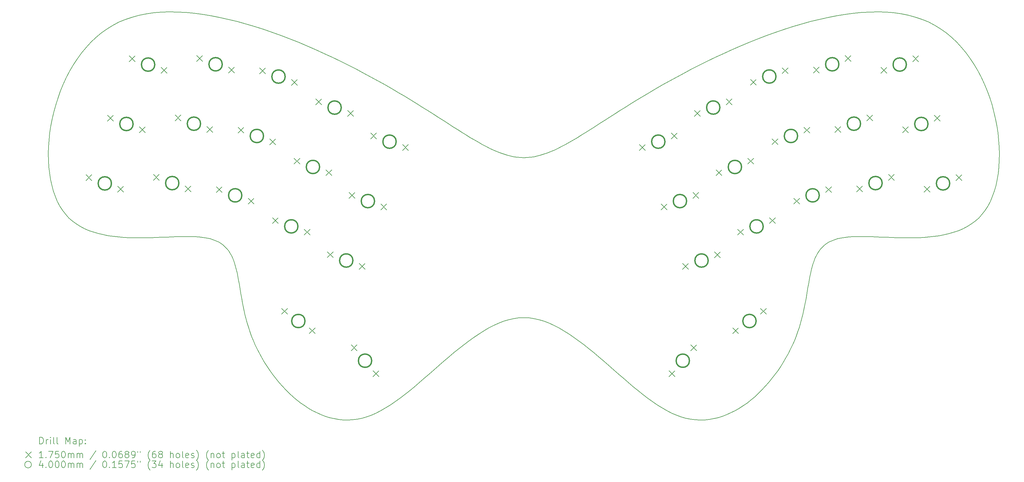
<source format=gbr>
%TF.GenerationSoftware,KiCad,Pcbnew,7.0.1-0*%
%TF.CreationDate,2023-04-15T20:22:41-04:00*%
%TF.ProjectId,fidrildi3,66696472-696c-4646-9933-2e6b69636164,rev?*%
%TF.SameCoordinates,Original*%
%TF.FileFunction,Drillmap*%
%TF.FilePolarity,Positive*%
%FSLAX45Y45*%
G04 Gerber Fmt 4.5, Leading zero omitted, Abs format (unit mm)*
G04 Created by KiCad (PCBNEW 7.0.1-0) date 2023-04-15 20:22:41*
%MOMM*%
%LPD*%
G01*
G04 APERTURE LIST*
%ADD10C,0.200000*%
%ADD11C,0.175000*%
%ADD12C,0.400000*%
G04 APERTURE END LIST*
D10*
X29171487Y-18300892D02*
X29219094Y-18170521D01*
X29261998Y-18041051D01*
X29300612Y-17912644D01*
X29335352Y-17785459D01*
X29366633Y-17659658D01*
X29394868Y-17535400D01*
X29420473Y-17412848D01*
X29443861Y-17292161D01*
X29465448Y-17173501D01*
X29485649Y-17057027D01*
X29504877Y-16942902D01*
X29523547Y-16831284D01*
X29542074Y-16722335D01*
X29560873Y-16616217D01*
X29580358Y-16513088D01*
X29600944Y-16413111D01*
X29623045Y-16316445D01*
X29647075Y-16223252D01*
X29673450Y-16133693D01*
X29702585Y-16047927D01*
X29734892Y-15966115D01*
X29770789Y-15888419D01*
X29810687Y-15814999D01*
X29855004Y-15746016D01*
X29904152Y-15681630D01*
X29958547Y-15622002D01*
X30018603Y-15567292D01*
X30084735Y-15517662D01*
X30157357Y-15473273D01*
X30236884Y-15434284D01*
X30323730Y-15400856D01*
X30418311Y-15373151D01*
X16631654Y-10634298D02*
X16415803Y-10515797D01*
X16193325Y-10396539D01*
X15964707Y-10277007D01*
X15730437Y-10157684D01*
X15491000Y-10039053D01*
X15246886Y-9921599D01*
X14998579Y-9805803D01*
X14746568Y-9692148D01*
X14491340Y-9581119D01*
X14233381Y-9473198D01*
X13973178Y-9368868D01*
X13711218Y-9268612D01*
X13447989Y-9172914D01*
X13183978Y-9082257D01*
X12919671Y-8997123D01*
X12655555Y-8917996D01*
X12392118Y-8845360D01*
X12129846Y-8779696D01*
X11869226Y-8721489D01*
X11610747Y-8671222D01*
X11354893Y-8629377D01*
X11102154Y-8596438D01*
X10853014Y-8572887D01*
X10607962Y-8559209D01*
X10367485Y-8555886D01*
X10132069Y-8563401D01*
X9902202Y-8582238D01*
X9678371Y-8612879D01*
X9461062Y-8655808D01*
X9250762Y-8711507D01*
X9047960Y-8780461D01*
X8853140Y-8863152D01*
X7158691Y-14526281D02*
X7249962Y-14644282D01*
X7349579Y-14750763D01*
X7457008Y-14846287D01*
X7571719Y-14931414D01*
X7693179Y-15006707D01*
X7820856Y-15072725D01*
X7954217Y-15130031D01*
X8092732Y-15179187D01*
X8235867Y-15220753D01*
X8383092Y-15255290D01*
X8533873Y-15283361D01*
X8687679Y-15305526D01*
X8843977Y-15322347D01*
X9002236Y-15334386D01*
X9161923Y-15342203D01*
X9322508Y-15346359D01*
X9483456Y-15347418D01*
X9644237Y-15345939D01*
X9804318Y-15342484D01*
X9963168Y-15337614D01*
X10120254Y-15331891D01*
X10275044Y-15325876D01*
X10427007Y-15320131D01*
X10575609Y-15315217D01*
X10720320Y-15311695D01*
X10860607Y-15310126D01*
X10995938Y-15311073D01*
X11125780Y-15315096D01*
X11249603Y-15322756D01*
X11366873Y-15334616D01*
X11477060Y-15351236D01*
X11579630Y-15373178D01*
X16276414Y-20729613D02*
X16418053Y-20678174D01*
X16560257Y-20615792D01*
X16703008Y-20543291D01*
X16846289Y-20461496D01*
X16990080Y-20371231D01*
X17134364Y-20273322D01*
X17279123Y-20168594D01*
X17424338Y-20057870D01*
X17569991Y-19941976D01*
X17716063Y-19821737D01*
X17862537Y-19697977D01*
X18009395Y-19571521D01*
X18156618Y-19443193D01*
X18304187Y-19313820D01*
X18452085Y-19184225D01*
X18600294Y-19055233D01*
X18748795Y-18927669D01*
X18897570Y-18802357D01*
X19046601Y-18680123D01*
X19195869Y-18561791D01*
X19345357Y-18448187D01*
X19495046Y-18340134D01*
X19644918Y-18238457D01*
X19794955Y-18143982D01*
X19945138Y-18057533D01*
X20095449Y-17979934D01*
X20245871Y-17912012D01*
X20396384Y-17854589D01*
X20546971Y-17808492D01*
X20697614Y-17774544D01*
X20848293Y-17753571D01*
X20998992Y-17746398D01*
X25366362Y-10634303D02*
X25157507Y-10751618D01*
X24955545Y-10867538D01*
X24760253Y-10981913D01*
X24571410Y-11094587D01*
X24388792Y-11205409D01*
X24212178Y-11314226D01*
X24041345Y-11420885D01*
X23876071Y-11525233D01*
X23716133Y-11627118D01*
X23561309Y-11726386D01*
X23411377Y-11822885D01*
X23266114Y-11916462D01*
X23125298Y-12006963D01*
X22988707Y-12094237D01*
X22856118Y-12178131D01*
X22727309Y-12258491D01*
X22602058Y-12335164D01*
X22480142Y-12407999D01*
X22361339Y-12476842D01*
X22245426Y-12541540D01*
X22132181Y-12601940D01*
X22021383Y-12657890D01*
X21912808Y-12709237D01*
X21806234Y-12755828D01*
X21701438Y-12797510D01*
X21598199Y-12834131D01*
X21496295Y-12865537D01*
X21395502Y-12891575D01*
X21295598Y-12912094D01*
X21196362Y-12926939D01*
X21097570Y-12935959D01*
X20999000Y-12939000D01*
X30418311Y-15373151D02*
X30520882Y-15351208D01*
X30631068Y-15334587D01*
X30748338Y-15322726D01*
X30872160Y-15315064D01*
X31002001Y-15311040D01*
X31137329Y-15310091D01*
X31277613Y-15311657D01*
X31422321Y-15315177D01*
X31570920Y-15320089D01*
X31722879Y-15325831D01*
X31877665Y-15331842D01*
X32034747Y-15337562D01*
X32193592Y-15342428D01*
X32353669Y-15345879D01*
X32514445Y-15347354D01*
X32675389Y-15346292D01*
X32835969Y-15342131D01*
X32995652Y-15334309D01*
X33153907Y-15322266D01*
X33310202Y-15305439D01*
X33464004Y-15283269D01*
X33614782Y-15255192D01*
X33762004Y-15220649D01*
X33905137Y-15179077D01*
X34043650Y-15129915D01*
X34177011Y-15072602D01*
X34304688Y-15006577D01*
X34426148Y-14931277D01*
X34540860Y-14846142D01*
X34648291Y-14750611D01*
X34747911Y-14644122D01*
X34839186Y-14526113D01*
X11579630Y-15373178D02*
X11674209Y-15400882D01*
X11761055Y-15434309D01*
X11840581Y-15473297D01*
X11913202Y-15517685D01*
X11979334Y-15567314D01*
X12039389Y-15622022D01*
X12093784Y-15681648D01*
X12142932Y-15746033D01*
X12187248Y-15815015D01*
X12227147Y-15888433D01*
X12263043Y-15966127D01*
X12295352Y-16047937D01*
X12324486Y-16133701D01*
X12350862Y-16223259D01*
X12374894Y-16316450D01*
X12396995Y-16413114D01*
X12417582Y-16513090D01*
X12437068Y-16616217D01*
X12455868Y-16722334D01*
X12474396Y-16831281D01*
X12493068Y-16942897D01*
X12512297Y-17057022D01*
X12532499Y-17173494D01*
X12554088Y-17292154D01*
X12577478Y-17412839D01*
X12603084Y-17535391D01*
X12631321Y-17659647D01*
X12662603Y-17785448D01*
X12697345Y-17912633D01*
X12735962Y-18041041D01*
X12778867Y-18170510D01*
X12826476Y-18300882D01*
X33144826Y-8863170D02*
X32950009Y-8780479D01*
X32747209Y-8711525D01*
X32536911Y-8655826D01*
X32319605Y-8612897D01*
X32095775Y-8582255D01*
X31865910Y-8563418D01*
X31630497Y-8555903D01*
X31390022Y-8559226D01*
X31144972Y-8572904D01*
X30895835Y-8596454D01*
X30643097Y-8629393D01*
X30387246Y-8671238D01*
X30128768Y-8721505D01*
X29868151Y-8779712D01*
X29605881Y-8845375D01*
X29342445Y-8918011D01*
X29078331Y-8997138D01*
X28814026Y-9082271D01*
X28550016Y-9172928D01*
X28286788Y-9268626D01*
X28024830Y-9368881D01*
X27764629Y-9473210D01*
X27506671Y-9581131D01*
X27251443Y-9692160D01*
X26999433Y-9805813D01*
X26751128Y-9921609D01*
X26507014Y-10039063D01*
X26267578Y-10157692D01*
X26033308Y-10277014D01*
X25804691Y-10396545D01*
X25582213Y-10515803D01*
X25366362Y-10634303D01*
X20998992Y-17746398D02*
X21149691Y-17753574D01*
X21300370Y-17774549D01*
X21451013Y-17808499D01*
X21601600Y-17854599D01*
X21752114Y-17912023D01*
X21902536Y-17979949D01*
X22052848Y-18057549D01*
X22203032Y-18144000D01*
X22353070Y-18238478D01*
X22502942Y-18340156D01*
X22652632Y-18448211D01*
X22802121Y-18561818D01*
X22951390Y-18680151D01*
X23100422Y-18802387D01*
X23249198Y-18927700D01*
X23397700Y-19055265D01*
X23545910Y-19184258D01*
X23693809Y-19313854D01*
X23841379Y-19443228D01*
X23988603Y-19571556D01*
X24135461Y-19698013D01*
X24281936Y-19821773D01*
X24428009Y-19942012D01*
X24573662Y-20057906D01*
X24718877Y-20168629D01*
X24863636Y-20273358D01*
X25007920Y-20371266D01*
X25151711Y-20461529D01*
X25294992Y-20543323D01*
X25437743Y-20615822D01*
X25579946Y-20678203D01*
X25721584Y-20729639D01*
X20999000Y-12939000D02*
X20900430Y-12935960D01*
X20801639Y-12926942D01*
X20702402Y-12912098D01*
X20602499Y-12891580D01*
X20501706Y-12865543D01*
X20399802Y-12834138D01*
X20296564Y-12797518D01*
X20191769Y-12755836D01*
X20085196Y-12709246D01*
X19976621Y-12657899D01*
X19865823Y-12601949D01*
X19752579Y-12541549D01*
X19636667Y-12476851D01*
X19517865Y-12408008D01*
X19395949Y-12335173D01*
X19270699Y-12258499D01*
X19141891Y-12178139D01*
X19009303Y-12094245D01*
X18872712Y-12006970D01*
X18731897Y-11916468D01*
X18586635Y-11822891D01*
X18436703Y-11726391D01*
X18281880Y-11627122D01*
X18121943Y-11525237D01*
X17956669Y-11420888D01*
X17785836Y-11314228D01*
X17609223Y-11205410D01*
X17426605Y-11094586D01*
X17237762Y-10981911D01*
X17042471Y-10867536D01*
X16840509Y-10751614D01*
X16631654Y-10634298D01*
X12826476Y-18300882D02*
X12879110Y-18431956D01*
X12936720Y-18563379D01*
X12999165Y-18694761D01*
X13066303Y-18825711D01*
X13137992Y-18955837D01*
X13214090Y-19084750D01*
X13294457Y-19212057D01*
X13378949Y-19337368D01*
X13467427Y-19460292D01*
X13559747Y-19580439D01*
X13655769Y-19697416D01*
X13755351Y-19810834D01*
X13858350Y-19920301D01*
X13964626Y-20025427D01*
X14074037Y-20125820D01*
X14186442Y-20221090D01*
X14301697Y-20310845D01*
X14419663Y-20394695D01*
X14540197Y-20472248D01*
X14663158Y-20543115D01*
X14788404Y-20606903D01*
X14915793Y-20663223D01*
X15045184Y-20711682D01*
X15176436Y-20751890D01*
X15309405Y-20783457D01*
X15443952Y-20805991D01*
X15579934Y-20819101D01*
X15717209Y-20822396D01*
X15855636Y-20815486D01*
X15995074Y-20797979D01*
X16135380Y-20769485D01*
X16276414Y-20729613D01*
X8853140Y-8863152D02*
X8666713Y-8959846D01*
X8488771Y-9069938D01*
X8319326Y-9192607D01*
X8158392Y-9327031D01*
X8005980Y-9472388D01*
X7862103Y-9627856D01*
X7726775Y-9792613D01*
X7600007Y-9965837D01*
X7481813Y-10146706D01*
X7372204Y-10334398D01*
X7271195Y-10528091D01*
X7178796Y-10726964D01*
X7095022Y-10930194D01*
X7019884Y-11136959D01*
X6953396Y-11346438D01*
X6895569Y-11557808D01*
X6846417Y-11770248D01*
X6805952Y-11982936D01*
X6774187Y-12195049D01*
X6751135Y-12405767D01*
X6736808Y-12614266D01*
X6731219Y-12819724D01*
X6734380Y-13021321D01*
X6746304Y-13218234D01*
X6767004Y-13409641D01*
X6796493Y-13594720D01*
X6834782Y-13772649D01*
X6881886Y-13942607D01*
X6937816Y-14103771D01*
X7002585Y-14255319D01*
X7076206Y-14396430D01*
X7158691Y-14526281D01*
X25721584Y-20729639D02*
X25862616Y-20769509D01*
X26002922Y-20798001D01*
X26142359Y-20815506D01*
X26280785Y-20822414D01*
X26418060Y-20819117D01*
X26554041Y-20806006D01*
X26688587Y-20783471D01*
X26821555Y-20751903D01*
X26952806Y-20711693D01*
X27082196Y-20663233D01*
X27209584Y-20606913D01*
X27334829Y-20543124D01*
X27457789Y-20472257D01*
X27578323Y-20394703D01*
X27696287Y-20310852D01*
X27811542Y-20221097D01*
X27923946Y-20125827D01*
X28033356Y-20025434D01*
X28139631Y-19920308D01*
X28242630Y-19810841D01*
X28342210Y-19697423D01*
X28438231Y-19580445D01*
X28530550Y-19460299D01*
X28619026Y-19337375D01*
X28703517Y-19212064D01*
X28783882Y-19084757D01*
X28859979Y-18955845D01*
X28931667Y-18825719D01*
X28998803Y-18694770D01*
X29061246Y-18563388D01*
X29118854Y-18431965D01*
X29171487Y-18300892D01*
X34839186Y-14526113D02*
X34921675Y-14396255D01*
X34995300Y-14255139D01*
X35060073Y-14103587D01*
X35116007Y-13942422D01*
X35163114Y-13772465D01*
X35201407Y-13594537D01*
X35230899Y-13409461D01*
X35251602Y-13218059D01*
X35263530Y-13021152D01*
X35266694Y-12819562D01*
X35261108Y-12614110D01*
X35246784Y-12405620D01*
X35223734Y-12194912D01*
X35191972Y-11982808D01*
X35151510Y-11770131D01*
X35102360Y-11557702D01*
X35044536Y-11346342D01*
X34978050Y-11136874D01*
X34902915Y-10930120D01*
X34819143Y-10726901D01*
X34726747Y-10528039D01*
X34625739Y-10334356D01*
X34516133Y-10146674D01*
X34397941Y-9965815D01*
X34271176Y-9792599D01*
X34135849Y-9627851D01*
X33991975Y-9472390D01*
X33839566Y-9327039D01*
X33678633Y-9192620D01*
X33509190Y-9069954D01*
X33331251Y-8959864D01*
X33144826Y-8863170D01*
D11*
X7859772Y-13450008D02*
X8034772Y-13625008D01*
X8034772Y-13450008D02*
X7859772Y-13625008D01*
X8508772Y-11664008D02*
X8683772Y-11839008D01*
X8683772Y-11664008D02*
X8508772Y-11839008D01*
X8814500Y-13797500D02*
X8989500Y-13972500D01*
X8989500Y-13797500D02*
X8814500Y-13972500D01*
X9158772Y-9879008D02*
X9333772Y-10054008D01*
X9333772Y-9879008D02*
X9158772Y-10054008D01*
X9463500Y-12011500D02*
X9638500Y-12186500D01*
X9638500Y-12011500D02*
X9463500Y-12186500D01*
X9883136Y-13441754D02*
X10058136Y-13616754D01*
X10058136Y-13441754D02*
X9883136Y-13616754D01*
X10113500Y-10226500D02*
X10288500Y-10401500D01*
X10288500Y-10226500D02*
X10113500Y-10401500D01*
X10533500Y-11655500D02*
X10708500Y-11830500D01*
X10708500Y-11655500D02*
X10533500Y-11830500D01*
X10837864Y-13789246D02*
X11012864Y-13964246D01*
X11012864Y-13789246D02*
X10837864Y-13964246D01*
X11184136Y-9869754D02*
X11359136Y-10044754D01*
X11359136Y-9869754D02*
X11184136Y-10044754D01*
X11488228Y-12002992D02*
X11663228Y-12177992D01*
X11663228Y-12002992D02*
X11488228Y-12177992D01*
X11771772Y-13809008D02*
X11946772Y-13984008D01*
X11946772Y-13809008D02*
X11771772Y-13984008D01*
X12138864Y-10217246D02*
X12313864Y-10392246D01*
X12313864Y-10217246D02*
X12138864Y-10392246D01*
X12421500Y-12024500D02*
X12596500Y-12199500D01*
X12596500Y-12024500D02*
X12421500Y-12199500D01*
X12726500Y-14156500D02*
X12901500Y-14331500D01*
X12901500Y-14156500D02*
X12726500Y-14331500D01*
X13071772Y-10239008D02*
X13246772Y-10414008D01*
X13246772Y-10239008D02*
X13071772Y-10414008D01*
X13376228Y-12371992D02*
X13551228Y-12546992D01*
X13551228Y-12371992D02*
X13376228Y-12546992D01*
X13454772Y-14741008D02*
X13629772Y-14916008D01*
X13629772Y-14741008D02*
X13454772Y-14916008D01*
X13728371Y-17468123D02*
X13903371Y-17643123D01*
X13903371Y-17468123D02*
X13728371Y-17643123D01*
X14026500Y-10586500D02*
X14201500Y-10761500D01*
X14201500Y-10586500D02*
X14026500Y-10761500D01*
X14104772Y-12955500D02*
X14279772Y-13130500D01*
X14279772Y-12955500D02*
X14104772Y-13130500D01*
X14409500Y-15088500D02*
X14584500Y-15263500D01*
X14584500Y-15088500D02*
X14409500Y-15263500D01*
X14560629Y-18050877D02*
X14735629Y-18225877D01*
X14735629Y-18050877D02*
X14560629Y-18225877D01*
X14754772Y-11171008D02*
X14929772Y-11346008D01*
X14929772Y-11171008D02*
X14754772Y-11346008D01*
X15059500Y-13302992D02*
X15234500Y-13477992D01*
X15234500Y-13302992D02*
X15059500Y-13477992D01*
X15104136Y-15766754D02*
X15279136Y-15941754D01*
X15279136Y-15766754D02*
X15104136Y-15941754D01*
X15709500Y-11518500D02*
X15884500Y-11693500D01*
X15884500Y-11518500D02*
X15709500Y-11693500D01*
X15753500Y-13981500D02*
X15928500Y-14156500D01*
X15928500Y-13981500D02*
X15753500Y-14156500D01*
X15818964Y-18563349D02*
X15993964Y-18738349D01*
X15993964Y-18563349D02*
X15818964Y-18738349D01*
X16058864Y-16114246D02*
X16233864Y-16289246D01*
X16233864Y-16114246D02*
X16058864Y-16289246D01*
X16403136Y-12194754D02*
X16578136Y-12369754D01*
X16578136Y-12194754D02*
X16403136Y-12369754D01*
X16472036Y-19341651D02*
X16647036Y-19516651D01*
X16647036Y-19341651D02*
X16472036Y-19516651D01*
X16708228Y-14328992D02*
X16883228Y-14503992D01*
X16883228Y-14328992D02*
X16708228Y-14503992D01*
X17357864Y-12542246D02*
X17532864Y-12717246D01*
X17532864Y-12542246D02*
X17357864Y-12717246D01*
X24467136Y-12542500D02*
X24642136Y-12717500D01*
X24642136Y-12542500D02*
X24467136Y-12717500D01*
X25116772Y-14328992D02*
X25291772Y-14503992D01*
X25291772Y-14328992D02*
X25116772Y-14503992D01*
X25352964Y-19341651D02*
X25527964Y-19516651D01*
X25527964Y-19341651D02*
X25352964Y-19516651D01*
X25421864Y-12195008D02*
X25596864Y-12370008D01*
X25596864Y-12195008D02*
X25421864Y-12370008D01*
X25764772Y-16114992D02*
X25939772Y-16289992D01*
X25939772Y-16114992D02*
X25764772Y-16289992D01*
X26006036Y-18563349D02*
X26181036Y-18738349D01*
X26181036Y-18563349D02*
X26006036Y-18738349D01*
X26071500Y-13981500D02*
X26246500Y-14156500D01*
X26246500Y-13981500D02*
X26071500Y-14156500D01*
X26116136Y-11517246D02*
X26291136Y-11692246D01*
X26291136Y-11517246D02*
X26116136Y-11692246D01*
X26719500Y-15767500D02*
X26894500Y-15942500D01*
X26894500Y-15767500D02*
X26719500Y-15942500D01*
X26765772Y-13302992D02*
X26940772Y-13477992D01*
X26940772Y-13302992D02*
X26765772Y-13477992D01*
X27070864Y-11169754D02*
X27245864Y-11344754D01*
X27245864Y-11169754D02*
X27070864Y-11344754D01*
X27264371Y-18050877D02*
X27439371Y-18225877D01*
X27439371Y-18050877D02*
X27264371Y-18225877D01*
X27415500Y-15089500D02*
X27590500Y-15264500D01*
X27590500Y-15089500D02*
X27415500Y-15264500D01*
X27720500Y-12955500D02*
X27895500Y-13130500D01*
X27895500Y-12955500D02*
X27720500Y-13130500D01*
X27798500Y-10584500D02*
X27973500Y-10759500D01*
X27973500Y-10584500D02*
X27798500Y-10759500D01*
X28096629Y-17468123D02*
X28271629Y-17643123D01*
X28271629Y-17468123D02*
X28096629Y-17643123D01*
X28370228Y-14742008D02*
X28545228Y-14917008D01*
X28545228Y-14742008D02*
X28370228Y-14917008D01*
X28447500Y-12371500D02*
X28622500Y-12546500D01*
X28622500Y-12371500D02*
X28447500Y-12546500D01*
X28753228Y-10237008D02*
X28928228Y-10412008D01*
X28928228Y-10237008D02*
X28753228Y-10412008D01*
X29097500Y-14156500D02*
X29272500Y-14331500D01*
X29272500Y-14156500D02*
X29097500Y-14331500D01*
X29402228Y-12024008D02*
X29577228Y-12199008D01*
X29577228Y-12024008D02*
X29402228Y-12199008D01*
X29686500Y-10217500D02*
X29861500Y-10392500D01*
X29861500Y-10217500D02*
X29686500Y-10392500D01*
X30052228Y-13809008D02*
X30227228Y-13984008D01*
X30227228Y-13809008D02*
X30052228Y-13984008D01*
X30336500Y-12002500D02*
X30511500Y-12177500D01*
X30511500Y-12002500D02*
X30336500Y-12177500D01*
X30641228Y-9870008D02*
X30816228Y-10045008D01*
X30816228Y-9870008D02*
X30641228Y-10045008D01*
X30985136Y-13788246D02*
X31160136Y-13963246D01*
X31160136Y-13788246D02*
X30985136Y-13963246D01*
X31291228Y-11655008D02*
X31466228Y-11830008D01*
X31466228Y-11655008D02*
X31291228Y-11830008D01*
X31711500Y-10225500D02*
X31886500Y-10400500D01*
X31886500Y-10225500D02*
X31711500Y-10400500D01*
X31939864Y-13440754D02*
X32114864Y-13615754D01*
X32114864Y-13440754D02*
X31939864Y-13615754D01*
X32360500Y-12011500D02*
X32535500Y-12186500D01*
X32535500Y-12011500D02*
X32360500Y-12186500D01*
X32666228Y-9878008D02*
X32841228Y-10053008D01*
X32841228Y-9878008D02*
X32666228Y-10053008D01*
X33011500Y-13796500D02*
X33186500Y-13971500D01*
X33186500Y-13796500D02*
X33011500Y-13971500D01*
X33315228Y-11664008D02*
X33490228Y-11839008D01*
X33490228Y-11664008D02*
X33315228Y-11839008D01*
X33966228Y-13449008D02*
X34141228Y-13624008D01*
X34141228Y-13449008D02*
X33966228Y-13624008D01*
D12*
X8624636Y-13711254D02*
G75*
G03*
X8624636Y-13711254I-200000J0D01*
G01*
X9273636Y-11925254D02*
G75*
G03*
X9273636Y-11925254I-200000J0D01*
G01*
X9923636Y-10140254D02*
G75*
G03*
X9923636Y-10140254I-200000J0D01*
G01*
X10648000Y-13703000D02*
G75*
G03*
X10648000Y-13703000I-200000J0D01*
G01*
X11298364Y-11916746D02*
G75*
G03*
X11298364Y-11916746I-200000J0D01*
G01*
X11949000Y-10131000D02*
G75*
G03*
X11949000Y-10131000I-200000J0D01*
G01*
X12536636Y-14070254D02*
G75*
G03*
X12536636Y-14070254I-200000J0D01*
G01*
X13186364Y-12285746D02*
G75*
G03*
X13186364Y-12285746I-200000J0D01*
G01*
X13836636Y-10500254D02*
G75*
G03*
X13836636Y-10500254I-200000J0D01*
G01*
X14219636Y-15002254D02*
G75*
G03*
X14219636Y-15002254I-200000J0D01*
G01*
X14432000Y-17847000D02*
G75*
G03*
X14432000Y-17847000I-200000J0D01*
G01*
X14869636Y-13216746D02*
G75*
G03*
X14869636Y-13216746I-200000J0D01*
G01*
X15519636Y-11432254D02*
G75*
G03*
X15519636Y-11432254I-200000J0D01*
G01*
X15869000Y-16028000D02*
G75*
G03*
X15869000Y-16028000I-200000J0D01*
G01*
X16433000Y-19040000D02*
G75*
G03*
X16433000Y-19040000I-200000J0D01*
G01*
X16518364Y-14242746D02*
G75*
G03*
X16518364Y-14242746I-200000J0D01*
G01*
X17168000Y-12456000D02*
G75*
G03*
X17168000Y-12456000I-200000J0D01*
G01*
X25232000Y-12456254D02*
G75*
G03*
X25232000Y-12456254I-200000J0D01*
G01*
X25881636Y-14242746D02*
G75*
G03*
X25881636Y-14242746I-200000J0D01*
G01*
X25967000Y-19040000D02*
G75*
G03*
X25967000Y-19040000I-200000J0D01*
G01*
X26529636Y-16028746D02*
G75*
G03*
X26529636Y-16028746I-200000J0D01*
G01*
X26881000Y-11431000D02*
G75*
G03*
X26881000Y-11431000I-200000J0D01*
G01*
X27530636Y-13216746D02*
G75*
G03*
X27530636Y-13216746I-200000J0D01*
G01*
X27968000Y-17847000D02*
G75*
G03*
X27968000Y-17847000I-200000J0D01*
G01*
X28180364Y-15003254D02*
G75*
G03*
X28180364Y-15003254I-200000J0D01*
G01*
X28563364Y-10498254D02*
G75*
G03*
X28563364Y-10498254I-200000J0D01*
G01*
X29212364Y-12285254D02*
G75*
G03*
X29212364Y-12285254I-200000J0D01*
G01*
X29862364Y-14070254D02*
G75*
G03*
X29862364Y-14070254I-200000J0D01*
G01*
X30451364Y-10131254D02*
G75*
G03*
X30451364Y-10131254I-200000J0D01*
G01*
X31101364Y-11916254D02*
G75*
G03*
X31101364Y-11916254I-200000J0D01*
G01*
X31750000Y-13702000D02*
G75*
G03*
X31750000Y-13702000I-200000J0D01*
G01*
X32476364Y-10139254D02*
G75*
G03*
X32476364Y-10139254I-200000J0D01*
G01*
X33125364Y-11925254D02*
G75*
G03*
X33125364Y-11925254I-200000J0D01*
G01*
X33776364Y-13710254D02*
G75*
G03*
X33776364Y-13710254I-200000J0D01*
G01*
D10*
X6469147Y-21539519D02*
X6469147Y-21339519D01*
X6469147Y-21339519D02*
X6516766Y-21339519D01*
X6516766Y-21339519D02*
X6545338Y-21349043D01*
X6545338Y-21349043D02*
X6564385Y-21368090D01*
X6564385Y-21368090D02*
X6573909Y-21387138D01*
X6573909Y-21387138D02*
X6583433Y-21425233D01*
X6583433Y-21425233D02*
X6583433Y-21453805D01*
X6583433Y-21453805D02*
X6573909Y-21491900D01*
X6573909Y-21491900D02*
X6564385Y-21510947D01*
X6564385Y-21510947D02*
X6545338Y-21529995D01*
X6545338Y-21529995D02*
X6516766Y-21539519D01*
X6516766Y-21539519D02*
X6469147Y-21539519D01*
X6669147Y-21539519D02*
X6669147Y-21406185D01*
X6669147Y-21444281D02*
X6678671Y-21425233D01*
X6678671Y-21425233D02*
X6688195Y-21415709D01*
X6688195Y-21415709D02*
X6707242Y-21406185D01*
X6707242Y-21406185D02*
X6726290Y-21406185D01*
X6792957Y-21539519D02*
X6792957Y-21406185D01*
X6792957Y-21339519D02*
X6783433Y-21349043D01*
X6783433Y-21349043D02*
X6792957Y-21358566D01*
X6792957Y-21358566D02*
X6802481Y-21349043D01*
X6802481Y-21349043D02*
X6792957Y-21339519D01*
X6792957Y-21339519D02*
X6792957Y-21358566D01*
X6916766Y-21539519D02*
X6897719Y-21529995D01*
X6897719Y-21529995D02*
X6888195Y-21510947D01*
X6888195Y-21510947D02*
X6888195Y-21339519D01*
X7021528Y-21539519D02*
X7002481Y-21529995D01*
X7002481Y-21529995D02*
X6992957Y-21510947D01*
X6992957Y-21510947D02*
X6992957Y-21339519D01*
X7250100Y-21539519D02*
X7250100Y-21339519D01*
X7250100Y-21339519D02*
X7316766Y-21482376D01*
X7316766Y-21482376D02*
X7383433Y-21339519D01*
X7383433Y-21339519D02*
X7383433Y-21539519D01*
X7564385Y-21539519D02*
X7564385Y-21434757D01*
X7564385Y-21434757D02*
X7554862Y-21415709D01*
X7554862Y-21415709D02*
X7535814Y-21406185D01*
X7535814Y-21406185D02*
X7497719Y-21406185D01*
X7497719Y-21406185D02*
X7478671Y-21415709D01*
X7564385Y-21529995D02*
X7545338Y-21539519D01*
X7545338Y-21539519D02*
X7497719Y-21539519D01*
X7497719Y-21539519D02*
X7478671Y-21529995D01*
X7478671Y-21529995D02*
X7469147Y-21510947D01*
X7469147Y-21510947D02*
X7469147Y-21491900D01*
X7469147Y-21491900D02*
X7478671Y-21472852D01*
X7478671Y-21472852D02*
X7497719Y-21463328D01*
X7497719Y-21463328D02*
X7545338Y-21463328D01*
X7545338Y-21463328D02*
X7564385Y-21453805D01*
X7659623Y-21406185D02*
X7659623Y-21606185D01*
X7659623Y-21415709D02*
X7678671Y-21406185D01*
X7678671Y-21406185D02*
X7716766Y-21406185D01*
X7716766Y-21406185D02*
X7735814Y-21415709D01*
X7735814Y-21415709D02*
X7745338Y-21425233D01*
X7745338Y-21425233D02*
X7754862Y-21444281D01*
X7754862Y-21444281D02*
X7754862Y-21501424D01*
X7754862Y-21501424D02*
X7745338Y-21520471D01*
X7745338Y-21520471D02*
X7735814Y-21529995D01*
X7735814Y-21529995D02*
X7716766Y-21539519D01*
X7716766Y-21539519D02*
X7678671Y-21539519D01*
X7678671Y-21539519D02*
X7659623Y-21529995D01*
X7840576Y-21520471D02*
X7850100Y-21529995D01*
X7850100Y-21529995D02*
X7840576Y-21539519D01*
X7840576Y-21539519D02*
X7831052Y-21529995D01*
X7831052Y-21529995D02*
X7840576Y-21520471D01*
X7840576Y-21520471D02*
X7840576Y-21539519D01*
X7840576Y-21415709D02*
X7850100Y-21425233D01*
X7850100Y-21425233D02*
X7840576Y-21434757D01*
X7840576Y-21434757D02*
X7831052Y-21425233D01*
X7831052Y-21425233D02*
X7840576Y-21415709D01*
X7840576Y-21415709D02*
X7840576Y-21434757D01*
D11*
X6046528Y-21779495D02*
X6221528Y-21954495D01*
X6221528Y-21779495D02*
X6046528Y-21954495D01*
D10*
X6573909Y-21959519D02*
X6459623Y-21959519D01*
X6516766Y-21959519D02*
X6516766Y-21759519D01*
X6516766Y-21759519D02*
X6497719Y-21788090D01*
X6497719Y-21788090D02*
X6478671Y-21807138D01*
X6478671Y-21807138D02*
X6459623Y-21816662D01*
X6659623Y-21940471D02*
X6669147Y-21949995D01*
X6669147Y-21949995D02*
X6659623Y-21959519D01*
X6659623Y-21959519D02*
X6650100Y-21949995D01*
X6650100Y-21949995D02*
X6659623Y-21940471D01*
X6659623Y-21940471D02*
X6659623Y-21959519D01*
X6735814Y-21759519D02*
X6869147Y-21759519D01*
X6869147Y-21759519D02*
X6783433Y-21959519D01*
X7040576Y-21759519D02*
X6945338Y-21759519D01*
X6945338Y-21759519D02*
X6935814Y-21854757D01*
X6935814Y-21854757D02*
X6945338Y-21845233D01*
X6945338Y-21845233D02*
X6964385Y-21835709D01*
X6964385Y-21835709D02*
X7012004Y-21835709D01*
X7012004Y-21835709D02*
X7031052Y-21845233D01*
X7031052Y-21845233D02*
X7040576Y-21854757D01*
X7040576Y-21854757D02*
X7050100Y-21873805D01*
X7050100Y-21873805D02*
X7050100Y-21921424D01*
X7050100Y-21921424D02*
X7040576Y-21940471D01*
X7040576Y-21940471D02*
X7031052Y-21949995D01*
X7031052Y-21949995D02*
X7012004Y-21959519D01*
X7012004Y-21959519D02*
X6964385Y-21959519D01*
X6964385Y-21959519D02*
X6945338Y-21949995D01*
X6945338Y-21949995D02*
X6935814Y-21940471D01*
X7173909Y-21759519D02*
X7192957Y-21759519D01*
X7192957Y-21759519D02*
X7212004Y-21769043D01*
X7212004Y-21769043D02*
X7221528Y-21778566D01*
X7221528Y-21778566D02*
X7231052Y-21797614D01*
X7231052Y-21797614D02*
X7240576Y-21835709D01*
X7240576Y-21835709D02*
X7240576Y-21883328D01*
X7240576Y-21883328D02*
X7231052Y-21921424D01*
X7231052Y-21921424D02*
X7221528Y-21940471D01*
X7221528Y-21940471D02*
X7212004Y-21949995D01*
X7212004Y-21949995D02*
X7192957Y-21959519D01*
X7192957Y-21959519D02*
X7173909Y-21959519D01*
X7173909Y-21959519D02*
X7154862Y-21949995D01*
X7154862Y-21949995D02*
X7145338Y-21940471D01*
X7145338Y-21940471D02*
X7135814Y-21921424D01*
X7135814Y-21921424D02*
X7126290Y-21883328D01*
X7126290Y-21883328D02*
X7126290Y-21835709D01*
X7126290Y-21835709D02*
X7135814Y-21797614D01*
X7135814Y-21797614D02*
X7145338Y-21778566D01*
X7145338Y-21778566D02*
X7154862Y-21769043D01*
X7154862Y-21769043D02*
X7173909Y-21759519D01*
X7326290Y-21959519D02*
X7326290Y-21826185D01*
X7326290Y-21845233D02*
X7335814Y-21835709D01*
X7335814Y-21835709D02*
X7354862Y-21826185D01*
X7354862Y-21826185D02*
X7383433Y-21826185D01*
X7383433Y-21826185D02*
X7402481Y-21835709D01*
X7402481Y-21835709D02*
X7412004Y-21854757D01*
X7412004Y-21854757D02*
X7412004Y-21959519D01*
X7412004Y-21854757D02*
X7421528Y-21835709D01*
X7421528Y-21835709D02*
X7440576Y-21826185D01*
X7440576Y-21826185D02*
X7469147Y-21826185D01*
X7469147Y-21826185D02*
X7488195Y-21835709D01*
X7488195Y-21835709D02*
X7497719Y-21854757D01*
X7497719Y-21854757D02*
X7497719Y-21959519D01*
X7592957Y-21959519D02*
X7592957Y-21826185D01*
X7592957Y-21845233D02*
X7602481Y-21835709D01*
X7602481Y-21835709D02*
X7621528Y-21826185D01*
X7621528Y-21826185D02*
X7650100Y-21826185D01*
X7650100Y-21826185D02*
X7669147Y-21835709D01*
X7669147Y-21835709D02*
X7678671Y-21854757D01*
X7678671Y-21854757D02*
X7678671Y-21959519D01*
X7678671Y-21854757D02*
X7688195Y-21835709D01*
X7688195Y-21835709D02*
X7707243Y-21826185D01*
X7707243Y-21826185D02*
X7735814Y-21826185D01*
X7735814Y-21826185D02*
X7754862Y-21835709D01*
X7754862Y-21835709D02*
X7764385Y-21854757D01*
X7764385Y-21854757D02*
X7764385Y-21959519D01*
X8154862Y-21749995D02*
X7983433Y-22007138D01*
X8412005Y-21759519D02*
X8431052Y-21759519D01*
X8431052Y-21759519D02*
X8450100Y-21769043D01*
X8450100Y-21769043D02*
X8459624Y-21778566D01*
X8459624Y-21778566D02*
X8469148Y-21797614D01*
X8469148Y-21797614D02*
X8478671Y-21835709D01*
X8478671Y-21835709D02*
X8478671Y-21883328D01*
X8478671Y-21883328D02*
X8469148Y-21921424D01*
X8469148Y-21921424D02*
X8459624Y-21940471D01*
X8459624Y-21940471D02*
X8450100Y-21949995D01*
X8450100Y-21949995D02*
X8431052Y-21959519D01*
X8431052Y-21959519D02*
X8412005Y-21959519D01*
X8412005Y-21959519D02*
X8392957Y-21949995D01*
X8392957Y-21949995D02*
X8383433Y-21940471D01*
X8383433Y-21940471D02*
X8373909Y-21921424D01*
X8373909Y-21921424D02*
X8364386Y-21883328D01*
X8364386Y-21883328D02*
X8364386Y-21835709D01*
X8364386Y-21835709D02*
X8373909Y-21797614D01*
X8373909Y-21797614D02*
X8383433Y-21778566D01*
X8383433Y-21778566D02*
X8392957Y-21769043D01*
X8392957Y-21769043D02*
X8412005Y-21759519D01*
X8564386Y-21940471D02*
X8573909Y-21949995D01*
X8573909Y-21949995D02*
X8564386Y-21959519D01*
X8564386Y-21959519D02*
X8554862Y-21949995D01*
X8554862Y-21949995D02*
X8564386Y-21940471D01*
X8564386Y-21940471D02*
X8564386Y-21959519D01*
X8697719Y-21759519D02*
X8716767Y-21759519D01*
X8716767Y-21759519D02*
X8735814Y-21769043D01*
X8735814Y-21769043D02*
X8745338Y-21778566D01*
X8745338Y-21778566D02*
X8754862Y-21797614D01*
X8754862Y-21797614D02*
X8764386Y-21835709D01*
X8764386Y-21835709D02*
X8764386Y-21883328D01*
X8764386Y-21883328D02*
X8754862Y-21921424D01*
X8754862Y-21921424D02*
X8745338Y-21940471D01*
X8745338Y-21940471D02*
X8735814Y-21949995D01*
X8735814Y-21949995D02*
X8716767Y-21959519D01*
X8716767Y-21959519D02*
X8697719Y-21959519D01*
X8697719Y-21959519D02*
X8678671Y-21949995D01*
X8678671Y-21949995D02*
X8669148Y-21940471D01*
X8669148Y-21940471D02*
X8659624Y-21921424D01*
X8659624Y-21921424D02*
X8650100Y-21883328D01*
X8650100Y-21883328D02*
X8650100Y-21835709D01*
X8650100Y-21835709D02*
X8659624Y-21797614D01*
X8659624Y-21797614D02*
X8669148Y-21778566D01*
X8669148Y-21778566D02*
X8678671Y-21769043D01*
X8678671Y-21769043D02*
X8697719Y-21759519D01*
X8935814Y-21759519D02*
X8897719Y-21759519D01*
X8897719Y-21759519D02*
X8878671Y-21769043D01*
X8878671Y-21769043D02*
X8869148Y-21778566D01*
X8869148Y-21778566D02*
X8850100Y-21807138D01*
X8850100Y-21807138D02*
X8840576Y-21845233D01*
X8840576Y-21845233D02*
X8840576Y-21921424D01*
X8840576Y-21921424D02*
X8850100Y-21940471D01*
X8850100Y-21940471D02*
X8859624Y-21949995D01*
X8859624Y-21949995D02*
X8878671Y-21959519D01*
X8878671Y-21959519D02*
X8916767Y-21959519D01*
X8916767Y-21959519D02*
X8935814Y-21949995D01*
X8935814Y-21949995D02*
X8945338Y-21940471D01*
X8945338Y-21940471D02*
X8954862Y-21921424D01*
X8954862Y-21921424D02*
X8954862Y-21873805D01*
X8954862Y-21873805D02*
X8945338Y-21854757D01*
X8945338Y-21854757D02*
X8935814Y-21845233D01*
X8935814Y-21845233D02*
X8916767Y-21835709D01*
X8916767Y-21835709D02*
X8878671Y-21835709D01*
X8878671Y-21835709D02*
X8859624Y-21845233D01*
X8859624Y-21845233D02*
X8850100Y-21854757D01*
X8850100Y-21854757D02*
X8840576Y-21873805D01*
X9069148Y-21845233D02*
X9050100Y-21835709D01*
X9050100Y-21835709D02*
X9040576Y-21826185D01*
X9040576Y-21826185D02*
X9031052Y-21807138D01*
X9031052Y-21807138D02*
X9031052Y-21797614D01*
X9031052Y-21797614D02*
X9040576Y-21778566D01*
X9040576Y-21778566D02*
X9050100Y-21769043D01*
X9050100Y-21769043D02*
X9069148Y-21759519D01*
X9069148Y-21759519D02*
X9107243Y-21759519D01*
X9107243Y-21759519D02*
X9126290Y-21769043D01*
X9126290Y-21769043D02*
X9135814Y-21778566D01*
X9135814Y-21778566D02*
X9145338Y-21797614D01*
X9145338Y-21797614D02*
X9145338Y-21807138D01*
X9145338Y-21807138D02*
X9135814Y-21826185D01*
X9135814Y-21826185D02*
X9126290Y-21835709D01*
X9126290Y-21835709D02*
X9107243Y-21845233D01*
X9107243Y-21845233D02*
X9069148Y-21845233D01*
X9069148Y-21845233D02*
X9050100Y-21854757D01*
X9050100Y-21854757D02*
X9040576Y-21864281D01*
X9040576Y-21864281D02*
X9031052Y-21883328D01*
X9031052Y-21883328D02*
X9031052Y-21921424D01*
X9031052Y-21921424D02*
X9040576Y-21940471D01*
X9040576Y-21940471D02*
X9050100Y-21949995D01*
X9050100Y-21949995D02*
X9069148Y-21959519D01*
X9069148Y-21959519D02*
X9107243Y-21959519D01*
X9107243Y-21959519D02*
X9126290Y-21949995D01*
X9126290Y-21949995D02*
X9135814Y-21940471D01*
X9135814Y-21940471D02*
X9145338Y-21921424D01*
X9145338Y-21921424D02*
X9145338Y-21883328D01*
X9145338Y-21883328D02*
X9135814Y-21864281D01*
X9135814Y-21864281D02*
X9126290Y-21854757D01*
X9126290Y-21854757D02*
X9107243Y-21845233D01*
X9240576Y-21959519D02*
X9278671Y-21959519D01*
X9278671Y-21959519D02*
X9297719Y-21949995D01*
X9297719Y-21949995D02*
X9307243Y-21940471D01*
X9307243Y-21940471D02*
X9326290Y-21911900D01*
X9326290Y-21911900D02*
X9335814Y-21873805D01*
X9335814Y-21873805D02*
X9335814Y-21797614D01*
X9335814Y-21797614D02*
X9326290Y-21778566D01*
X9326290Y-21778566D02*
X9316767Y-21769043D01*
X9316767Y-21769043D02*
X9297719Y-21759519D01*
X9297719Y-21759519D02*
X9259624Y-21759519D01*
X9259624Y-21759519D02*
X9240576Y-21769043D01*
X9240576Y-21769043D02*
X9231052Y-21778566D01*
X9231052Y-21778566D02*
X9221529Y-21797614D01*
X9221529Y-21797614D02*
X9221529Y-21845233D01*
X9221529Y-21845233D02*
X9231052Y-21864281D01*
X9231052Y-21864281D02*
X9240576Y-21873805D01*
X9240576Y-21873805D02*
X9259624Y-21883328D01*
X9259624Y-21883328D02*
X9297719Y-21883328D01*
X9297719Y-21883328D02*
X9316767Y-21873805D01*
X9316767Y-21873805D02*
X9326290Y-21864281D01*
X9326290Y-21864281D02*
X9335814Y-21845233D01*
X9412005Y-21759519D02*
X9412005Y-21797614D01*
X9488195Y-21759519D02*
X9488195Y-21797614D01*
X9783433Y-22035709D02*
X9773910Y-22026185D01*
X9773910Y-22026185D02*
X9754862Y-21997614D01*
X9754862Y-21997614D02*
X9745338Y-21978566D01*
X9745338Y-21978566D02*
X9735814Y-21949995D01*
X9735814Y-21949995D02*
X9726291Y-21902376D01*
X9726291Y-21902376D02*
X9726291Y-21864281D01*
X9726291Y-21864281D02*
X9735814Y-21816662D01*
X9735814Y-21816662D02*
X9745338Y-21788090D01*
X9745338Y-21788090D02*
X9754862Y-21769043D01*
X9754862Y-21769043D02*
X9773910Y-21740471D01*
X9773910Y-21740471D02*
X9783433Y-21730947D01*
X9945338Y-21759519D02*
X9907243Y-21759519D01*
X9907243Y-21759519D02*
X9888195Y-21769043D01*
X9888195Y-21769043D02*
X9878671Y-21778566D01*
X9878671Y-21778566D02*
X9859624Y-21807138D01*
X9859624Y-21807138D02*
X9850100Y-21845233D01*
X9850100Y-21845233D02*
X9850100Y-21921424D01*
X9850100Y-21921424D02*
X9859624Y-21940471D01*
X9859624Y-21940471D02*
X9869148Y-21949995D01*
X9869148Y-21949995D02*
X9888195Y-21959519D01*
X9888195Y-21959519D02*
X9926291Y-21959519D01*
X9926291Y-21959519D02*
X9945338Y-21949995D01*
X9945338Y-21949995D02*
X9954862Y-21940471D01*
X9954862Y-21940471D02*
X9964386Y-21921424D01*
X9964386Y-21921424D02*
X9964386Y-21873805D01*
X9964386Y-21873805D02*
X9954862Y-21854757D01*
X9954862Y-21854757D02*
X9945338Y-21845233D01*
X9945338Y-21845233D02*
X9926291Y-21835709D01*
X9926291Y-21835709D02*
X9888195Y-21835709D01*
X9888195Y-21835709D02*
X9869148Y-21845233D01*
X9869148Y-21845233D02*
X9859624Y-21854757D01*
X9859624Y-21854757D02*
X9850100Y-21873805D01*
X10078671Y-21845233D02*
X10059624Y-21835709D01*
X10059624Y-21835709D02*
X10050100Y-21826185D01*
X10050100Y-21826185D02*
X10040576Y-21807138D01*
X10040576Y-21807138D02*
X10040576Y-21797614D01*
X10040576Y-21797614D02*
X10050100Y-21778566D01*
X10050100Y-21778566D02*
X10059624Y-21769043D01*
X10059624Y-21769043D02*
X10078671Y-21759519D01*
X10078671Y-21759519D02*
X10116767Y-21759519D01*
X10116767Y-21759519D02*
X10135814Y-21769043D01*
X10135814Y-21769043D02*
X10145338Y-21778566D01*
X10145338Y-21778566D02*
X10154862Y-21797614D01*
X10154862Y-21797614D02*
X10154862Y-21807138D01*
X10154862Y-21807138D02*
X10145338Y-21826185D01*
X10145338Y-21826185D02*
X10135814Y-21835709D01*
X10135814Y-21835709D02*
X10116767Y-21845233D01*
X10116767Y-21845233D02*
X10078671Y-21845233D01*
X10078671Y-21845233D02*
X10059624Y-21854757D01*
X10059624Y-21854757D02*
X10050100Y-21864281D01*
X10050100Y-21864281D02*
X10040576Y-21883328D01*
X10040576Y-21883328D02*
X10040576Y-21921424D01*
X10040576Y-21921424D02*
X10050100Y-21940471D01*
X10050100Y-21940471D02*
X10059624Y-21949995D01*
X10059624Y-21949995D02*
X10078671Y-21959519D01*
X10078671Y-21959519D02*
X10116767Y-21959519D01*
X10116767Y-21959519D02*
X10135814Y-21949995D01*
X10135814Y-21949995D02*
X10145338Y-21940471D01*
X10145338Y-21940471D02*
X10154862Y-21921424D01*
X10154862Y-21921424D02*
X10154862Y-21883328D01*
X10154862Y-21883328D02*
X10145338Y-21864281D01*
X10145338Y-21864281D02*
X10135814Y-21854757D01*
X10135814Y-21854757D02*
X10116767Y-21845233D01*
X10392957Y-21959519D02*
X10392957Y-21759519D01*
X10478672Y-21959519D02*
X10478672Y-21854757D01*
X10478672Y-21854757D02*
X10469148Y-21835709D01*
X10469148Y-21835709D02*
X10450100Y-21826185D01*
X10450100Y-21826185D02*
X10421529Y-21826185D01*
X10421529Y-21826185D02*
X10402481Y-21835709D01*
X10402481Y-21835709D02*
X10392957Y-21845233D01*
X10602481Y-21959519D02*
X10583433Y-21949995D01*
X10583433Y-21949995D02*
X10573910Y-21940471D01*
X10573910Y-21940471D02*
X10564386Y-21921424D01*
X10564386Y-21921424D02*
X10564386Y-21864281D01*
X10564386Y-21864281D02*
X10573910Y-21845233D01*
X10573910Y-21845233D02*
X10583433Y-21835709D01*
X10583433Y-21835709D02*
X10602481Y-21826185D01*
X10602481Y-21826185D02*
X10631053Y-21826185D01*
X10631053Y-21826185D02*
X10650100Y-21835709D01*
X10650100Y-21835709D02*
X10659624Y-21845233D01*
X10659624Y-21845233D02*
X10669148Y-21864281D01*
X10669148Y-21864281D02*
X10669148Y-21921424D01*
X10669148Y-21921424D02*
X10659624Y-21940471D01*
X10659624Y-21940471D02*
X10650100Y-21949995D01*
X10650100Y-21949995D02*
X10631053Y-21959519D01*
X10631053Y-21959519D02*
X10602481Y-21959519D01*
X10783433Y-21959519D02*
X10764386Y-21949995D01*
X10764386Y-21949995D02*
X10754862Y-21930947D01*
X10754862Y-21930947D02*
X10754862Y-21759519D01*
X10935814Y-21949995D02*
X10916767Y-21959519D01*
X10916767Y-21959519D02*
X10878672Y-21959519D01*
X10878672Y-21959519D02*
X10859624Y-21949995D01*
X10859624Y-21949995D02*
X10850100Y-21930947D01*
X10850100Y-21930947D02*
X10850100Y-21854757D01*
X10850100Y-21854757D02*
X10859624Y-21835709D01*
X10859624Y-21835709D02*
X10878672Y-21826185D01*
X10878672Y-21826185D02*
X10916767Y-21826185D01*
X10916767Y-21826185D02*
X10935814Y-21835709D01*
X10935814Y-21835709D02*
X10945338Y-21854757D01*
X10945338Y-21854757D02*
X10945338Y-21873805D01*
X10945338Y-21873805D02*
X10850100Y-21892852D01*
X11021529Y-21949995D02*
X11040576Y-21959519D01*
X11040576Y-21959519D02*
X11078672Y-21959519D01*
X11078672Y-21959519D02*
X11097719Y-21949995D01*
X11097719Y-21949995D02*
X11107243Y-21930947D01*
X11107243Y-21930947D02*
X11107243Y-21921424D01*
X11107243Y-21921424D02*
X11097719Y-21902376D01*
X11097719Y-21902376D02*
X11078672Y-21892852D01*
X11078672Y-21892852D02*
X11050100Y-21892852D01*
X11050100Y-21892852D02*
X11031053Y-21883328D01*
X11031053Y-21883328D02*
X11021529Y-21864281D01*
X11021529Y-21864281D02*
X11021529Y-21854757D01*
X11021529Y-21854757D02*
X11031053Y-21835709D01*
X11031053Y-21835709D02*
X11050100Y-21826185D01*
X11050100Y-21826185D02*
X11078672Y-21826185D01*
X11078672Y-21826185D02*
X11097719Y-21835709D01*
X11173910Y-22035709D02*
X11183434Y-22026185D01*
X11183434Y-22026185D02*
X11202481Y-21997614D01*
X11202481Y-21997614D02*
X11212005Y-21978566D01*
X11212005Y-21978566D02*
X11221529Y-21949995D01*
X11221529Y-21949995D02*
X11231052Y-21902376D01*
X11231052Y-21902376D02*
X11231052Y-21864281D01*
X11231052Y-21864281D02*
X11221529Y-21816662D01*
X11221529Y-21816662D02*
X11212005Y-21788090D01*
X11212005Y-21788090D02*
X11202481Y-21769043D01*
X11202481Y-21769043D02*
X11183434Y-21740471D01*
X11183434Y-21740471D02*
X11173910Y-21730947D01*
X11535814Y-22035709D02*
X11526291Y-22026185D01*
X11526291Y-22026185D02*
X11507243Y-21997614D01*
X11507243Y-21997614D02*
X11497719Y-21978566D01*
X11497719Y-21978566D02*
X11488195Y-21949995D01*
X11488195Y-21949995D02*
X11478672Y-21902376D01*
X11478672Y-21902376D02*
X11478672Y-21864281D01*
X11478672Y-21864281D02*
X11488195Y-21816662D01*
X11488195Y-21816662D02*
X11497719Y-21788090D01*
X11497719Y-21788090D02*
X11507243Y-21769043D01*
X11507243Y-21769043D02*
X11526291Y-21740471D01*
X11526291Y-21740471D02*
X11535814Y-21730947D01*
X11612005Y-21826185D02*
X11612005Y-21959519D01*
X11612005Y-21845233D02*
X11621529Y-21835709D01*
X11621529Y-21835709D02*
X11640576Y-21826185D01*
X11640576Y-21826185D02*
X11669148Y-21826185D01*
X11669148Y-21826185D02*
X11688195Y-21835709D01*
X11688195Y-21835709D02*
X11697719Y-21854757D01*
X11697719Y-21854757D02*
X11697719Y-21959519D01*
X11821529Y-21959519D02*
X11802481Y-21949995D01*
X11802481Y-21949995D02*
X11792957Y-21940471D01*
X11792957Y-21940471D02*
X11783433Y-21921424D01*
X11783433Y-21921424D02*
X11783433Y-21864281D01*
X11783433Y-21864281D02*
X11792957Y-21845233D01*
X11792957Y-21845233D02*
X11802481Y-21835709D01*
X11802481Y-21835709D02*
X11821529Y-21826185D01*
X11821529Y-21826185D02*
X11850100Y-21826185D01*
X11850100Y-21826185D02*
X11869148Y-21835709D01*
X11869148Y-21835709D02*
X11878672Y-21845233D01*
X11878672Y-21845233D02*
X11888195Y-21864281D01*
X11888195Y-21864281D02*
X11888195Y-21921424D01*
X11888195Y-21921424D02*
X11878672Y-21940471D01*
X11878672Y-21940471D02*
X11869148Y-21949995D01*
X11869148Y-21949995D02*
X11850100Y-21959519D01*
X11850100Y-21959519D02*
X11821529Y-21959519D01*
X11945338Y-21826185D02*
X12021529Y-21826185D01*
X11973910Y-21759519D02*
X11973910Y-21930947D01*
X11973910Y-21930947D02*
X11983433Y-21949995D01*
X11983433Y-21949995D02*
X12002481Y-21959519D01*
X12002481Y-21959519D02*
X12021529Y-21959519D01*
X12240576Y-21826185D02*
X12240576Y-22026185D01*
X12240576Y-21835709D02*
X12259624Y-21826185D01*
X12259624Y-21826185D02*
X12297719Y-21826185D01*
X12297719Y-21826185D02*
X12316767Y-21835709D01*
X12316767Y-21835709D02*
X12326291Y-21845233D01*
X12326291Y-21845233D02*
X12335814Y-21864281D01*
X12335814Y-21864281D02*
X12335814Y-21921424D01*
X12335814Y-21921424D02*
X12326291Y-21940471D01*
X12326291Y-21940471D02*
X12316767Y-21949995D01*
X12316767Y-21949995D02*
X12297719Y-21959519D01*
X12297719Y-21959519D02*
X12259624Y-21959519D01*
X12259624Y-21959519D02*
X12240576Y-21949995D01*
X12450100Y-21959519D02*
X12431053Y-21949995D01*
X12431053Y-21949995D02*
X12421529Y-21930947D01*
X12421529Y-21930947D02*
X12421529Y-21759519D01*
X12612005Y-21959519D02*
X12612005Y-21854757D01*
X12612005Y-21854757D02*
X12602481Y-21835709D01*
X12602481Y-21835709D02*
X12583434Y-21826185D01*
X12583434Y-21826185D02*
X12545338Y-21826185D01*
X12545338Y-21826185D02*
X12526291Y-21835709D01*
X12612005Y-21949995D02*
X12592957Y-21959519D01*
X12592957Y-21959519D02*
X12545338Y-21959519D01*
X12545338Y-21959519D02*
X12526291Y-21949995D01*
X12526291Y-21949995D02*
X12516767Y-21930947D01*
X12516767Y-21930947D02*
X12516767Y-21911900D01*
X12516767Y-21911900D02*
X12526291Y-21892852D01*
X12526291Y-21892852D02*
X12545338Y-21883328D01*
X12545338Y-21883328D02*
X12592957Y-21883328D01*
X12592957Y-21883328D02*
X12612005Y-21873805D01*
X12678672Y-21826185D02*
X12754862Y-21826185D01*
X12707243Y-21759519D02*
X12707243Y-21930947D01*
X12707243Y-21930947D02*
X12716767Y-21949995D01*
X12716767Y-21949995D02*
X12735814Y-21959519D01*
X12735814Y-21959519D02*
X12754862Y-21959519D01*
X12897719Y-21949995D02*
X12878672Y-21959519D01*
X12878672Y-21959519D02*
X12840576Y-21959519D01*
X12840576Y-21959519D02*
X12821529Y-21949995D01*
X12821529Y-21949995D02*
X12812005Y-21930947D01*
X12812005Y-21930947D02*
X12812005Y-21854757D01*
X12812005Y-21854757D02*
X12821529Y-21835709D01*
X12821529Y-21835709D02*
X12840576Y-21826185D01*
X12840576Y-21826185D02*
X12878672Y-21826185D01*
X12878672Y-21826185D02*
X12897719Y-21835709D01*
X12897719Y-21835709D02*
X12907243Y-21854757D01*
X12907243Y-21854757D02*
X12907243Y-21873805D01*
X12907243Y-21873805D02*
X12812005Y-21892852D01*
X13078672Y-21959519D02*
X13078672Y-21759519D01*
X13078672Y-21949995D02*
X13059624Y-21959519D01*
X13059624Y-21959519D02*
X13021529Y-21959519D01*
X13021529Y-21959519D02*
X13002481Y-21949995D01*
X13002481Y-21949995D02*
X12992957Y-21940471D01*
X12992957Y-21940471D02*
X12983434Y-21921424D01*
X12983434Y-21921424D02*
X12983434Y-21864281D01*
X12983434Y-21864281D02*
X12992957Y-21845233D01*
X12992957Y-21845233D02*
X13002481Y-21835709D01*
X13002481Y-21835709D02*
X13021529Y-21826185D01*
X13021529Y-21826185D02*
X13059624Y-21826185D01*
X13059624Y-21826185D02*
X13078672Y-21835709D01*
X13154862Y-22035709D02*
X13164386Y-22026185D01*
X13164386Y-22026185D02*
X13183434Y-21997614D01*
X13183434Y-21997614D02*
X13192957Y-21978566D01*
X13192957Y-21978566D02*
X13202481Y-21949995D01*
X13202481Y-21949995D02*
X13212005Y-21902376D01*
X13212005Y-21902376D02*
X13212005Y-21864281D01*
X13212005Y-21864281D02*
X13202481Y-21816662D01*
X13202481Y-21816662D02*
X13192957Y-21788090D01*
X13192957Y-21788090D02*
X13183434Y-21769043D01*
X13183434Y-21769043D02*
X13164386Y-21740471D01*
X13164386Y-21740471D02*
X13154862Y-21730947D01*
X6221528Y-22161995D02*
G75*
G03*
X6221528Y-22161995I-100000J0D01*
G01*
X6554862Y-22121185D02*
X6554862Y-22254519D01*
X6507242Y-22044995D02*
X6459623Y-22187852D01*
X6459623Y-22187852D02*
X6583433Y-22187852D01*
X6659623Y-22235471D02*
X6669147Y-22244995D01*
X6669147Y-22244995D02*
X6659623Y-22254519D01*
X6659623Y-22254519D02*
X6650100Y-22244995D01*
X6650100Y-22244995D02*
X6659623Y-22235471D01*
X6659623Y-22235471D02*
X6659623Y-22254519D01*
X6792957Y-22054519D02*
X6812004Y-22054519D01*
X6812004Y-22054519D02*
X6831052Y-22064043D01*
X6831052Y-22064043D02*
X6840576Y-22073566D01*
X6840576Y-22073566D02*
X6850100Y-22092614D01*
X6850100Y-22092614D02*
X6859623Y-22130709D01*
X6859623Y-22130709D02*
X6859623Y-22178328D01*
X6859623Y-22178328D02*
X6850100Y-22216424D01*
X6850100Y-22216424D02*
X6840576Y-22235471D01*
X6840576Y-22235471D02*
X6831052Y-22244995D01*
X6831052Y-22244995D02*
X6812004Y-22254519D01*
X6812004Y-22254519D02*
X6792957Y-22254519D01*
X6792957Y-22254519D02*
X6773909Y-22244995D01*
X6773909Y-22244995D02*
X6764385Y-22235471D01*
X6764385Y-22235471D02*
X6754862Y-22216424D01*
X6754862Y-22216424D02*
X6745338Y-22178328D01*
X6745338Y-22178328D02*
X6745338Y-22130709D01*
X6745338Y-22130709D02*
X6754862Y-22092614D01*
X6754862Y-22092614D02*
X6764385Y-22073566D01*
X6764385Y-22073566D02*
X6773909Y-22064043D01*
X6773909Y-22064043D02*
X6792957Y-22054519D01*
X6983433Y-22054519D02*
X7002481Y-22054519D01*
X7002481Y-22054519D02*
X7021528Y-22064043D01*
X7021528Y-22064043D02*
X7031052Y-22073566D01*
X7031052Y-22073566D02*
X7040576Y-22092614D01*
X7040576Y-22092614D02*
X7050100Y-22130709D01*
X7050100Y-22130709D02*
X7050100Y-22178328D01*
X7050100Y-22178328D02*
X7040576Y-22216424D01*
X7040576Y-22216424D02*
X7031052Y-22235471D01*
X7031052Y-22235471D02*
X7021528Y-22244995D01*
X7021528Y-22244995D02*
X7002481Y-22254519D01*
X7002481Y-22254519D02*
X6983433Y-22254519D01*
X6983433Y-22254519D02*
X6964385Y-22244995D01*
X6964385Y-22244995D02*
X6954862Y-22235471D01*
X6954862Y-22235471D02*
X6945338Y-22216424D01*
X6945338Y-22216424D02*
X6935814Y-22178328D01*
X6935814Y-22178328D02*
X6935814Y-22130709D01*
X6935814Y-22130709D02*
X6945338Y-22092614D01*
X6945338Y-22092614D02*
X6954862Y-22073566D01*
X6954862Y-22073566D02*
X6964385Y-22064043D01*
X6964385Y-22064043D02*
X6983433Y-22054519D01*
X7173909Y-22054519D02*
X7192957Y-22054519D01*
X7192957Y-22054519D02*
X7212004Y-22064043D01*
X7212004Y-22064043D02*
X7221528Y-22073566D01*
X7221528Y-22073566D02*
X7231052Y-22092614D01*
X7231052Y-22092614D02*
X7240576Y-22130709D01*
X7240576Y-22130709D02*
X7240576Y-22178328D01*
X7240576Y-22178328D02*
X7231052Y-22216424D01*
X7231052Y-22216424D02*
X7221528Y-22235471D01*
X7221528Y-22235471D02*
X7212004Y-22244995D01*
X7212004Y-22244995D02*
X7192957Y-22254519D01*
X7192957Y-22254519D02*
X7173909Y-22254519D01*
X7173909Y-22254519D02*
X7154862Y-22244995D01*
X7154862Y-22244995D02*
X7145338Y-22235471D01*
X7145338Y-22235471D02*
X7135814Y-22216424D01*
X7135814Y-22216424D02*
X7126290Y-22178328D01*
X7126290Y-22178328D02*
X7126290Y-22130709D01*
X7126290Y-22130709D02*
X7135814Y-22092614D01*
X7135814Y-22092614D02*
X7145338Y-22073566D01*
X7145338Y-22073566D02*
X7154862Y-22064043D01*
X7154862Y-22064043D02*
X7173909Y-22054519D01*
X7326290Y-22254519D02*
X7326290Y-22121185D01*
X7326290Y-22140233D02*
X7335814Y-22130709D01*
X7335814Y-22130709D02*
X7354862Y-22121185D01*
X7354862Y-22121185D02*
X7383433Y-22121185D01*
X7383433Y-22121185D02*
X7402481Y-22130709D01*
X7402481Y-22130709D02*
X7412004Y-22149757D01*
X7412004Y-22149757D02*
X7412004Y-22254519D01*
X7412004Y-22149757D02*
X7421528Y-22130709D01*
X7421528Y-22130709D02*
X7440576Y-22121185D01*
X7440576Y-22121185D02*
X7469147Y-22121185D01*
X7469147Y-22121185D02*
X7488195Y-22130709D01*
X7488195Y-22130709D02*
X7497719Y-22149757D01*
X7497719Y-22149757D02*
X7497719Y-22254519D01*
X7592957Y-22254519D02*
X7592957Y-22121185D01*
X7592957Y-22140233D02*
X7602481Y-22130709D01*
X7602481Y-22130709D02*
X7621528Y-22121185D01*
X7621528Y-22121185D02*
X7650100Y-22121185D01*
X7650100Y-22121185D02*
X7669147Y-22130709D01*
X7669147Y-22130709D02*
X7678671Y-22149757D01*
X7678671Y-22149757D02*
X7678671Y-22254519D01*
X7678671Y-22149757D02*
X7688195Y-22130709D01*
X7688195Y-22130709D02*
X7707243Y-22121185D01*
X7707243Y-22121185D02*
X7735814Y-22121185D01*
X7735814Y-22121185D02*
X7754862Y-22130709D01*
X7754862Y-22130709D02*
X7764385Y-22149757D01*
X7764385Y-22149757D02*
X7764385Y-22254519D01*
X8154862Y-22044995D02*
X7983433Y-22302138D01*
X8412005Y-22054519D02*
X8431052Y-22054519D01*
X8431052Y-22054519D02*
X8450100Y-22064043D01*
X8450100Y-22064043D02*
X8459624Y-22073566D01*
X8459624Y-22073566D02*
X8469148Y-22092614D01*
X8469148Y-22092614D02*
X8478671Y-22130709D01*
X8478671Y-22130709D02*
X8478671Y-22178328D01*
X8478671Y-22178328D02*
X8469148Y-22216424D01*
X8469148Y-22216424D02*
X8459624Y-22235471D01*
X8459624Y-22235471D02*
X8450100Y-22244995D01*
X8450100Y-22244995D02*
X8431052Y-22254519D01*
X8431052Y-22254519D02*
X8412005Y-22254519D01*
X8412005Y-22254519D02*
X8392957Y-22244995D01*
X8392957Y-22244995D02*
X8383433Y-22235471D01*
X8383433Y-22235471D02*
X8373909Y-22216424D01*
X8373909Y-22216424D02*
X8364386Y-22178328D01*
X8364386Y-22178328D02*
X8364386Y-22130709D01*
X8364386Y-22130709D02*
X8373909Y-22092614D01*
X8373909Y-22092614D02*
X8383433Y-22073566D01*
X8383433Y-22073566D02*
X8392957Y-22064043D01*
X8392957Y-22064043D02*
X8412005Y-22054519D01*
X8564386Y-22235471D02*
X8573909Y-22244995D01*
X8573909Y-22244995D02*
X8564386Y-22254519D01*
X8564386Y-22254519D02*
X8554862Y-22244995D01*
X8554862Y-22244995D02*
X8564386Y-22235471D01*
X8564386Y-22235471D02*
X8564386Y-22254519D01*
X8764386Y-22254519D02*
X8650100Y-22254519D01*
X8707243Y-22254519D02*
X8707243Y-22054519D01*
X8707243Y-22054519D02*
X8688195Y-22083090D01*
X8688195Y-22083090D02*
X8669148Y-22102138D01*
X8669148Y-22102138D02*
X8650100Y-22111662D01*
X8945338Y-22054519D02*
X8850100Y-22054519D01*
X8850100Y-22054519D02*
X8840576Y-22149757D01*
X8840576Y-22149757D02*
X8850100Y-22140233D01*
X8850100Y-22140233D02*
X8869148Y-22130709D01*
X8869148Y-22130709D02*
X8916767Y-22130709D01*
X8916767Y-22130709D02*
X8935814Y-22140233D01*
X8935814Y-22140233D02*
X8945338Y-22149757D01*
X8945338Y-22149757D02*
X8954862Y-22168805D01*
X8954862Y-22168805D02*
X8954862Y-22216424D01*
X8954862Y-22216424D02*
X8945338Y-22235471D01*
X8945338Y-22235471D02*
X8935814Y-22244995D01*
X8935814Y-22244995D02*
X8916767Y-22254519D01*
X8916767Y-22254519D02*
X8869148Y-22254519D01*
X8869148Y-22254519D02*
X8850100Y-22244995D01*
X8850100Y-22244995D02*
X8840576Y-22235471D01*
X9021529Y-22054519D02*
X9154862Y-22054519D01*
X9154862Y-22054519D02*
X9069148Y-22254519D01*
X9326290Y-22054519D02*
X9231052Y-22054519D01*
X9231052Y-22054519D02*
X9221529Y-22149757D01*
X9221529Y-22149757D02*
X9231052Y-22140233D01*
X9231052Y-22140233D02*
X9250100Y-22130709D01*
X9250100Y-22130709D02*
X9297719Y-22130709D01*
X9297719Y-22130709D02*
X9316767Y-22140233D01*
X9316767Y-22140233D02*
X9326290Y-22149757D01*
X9326290Y-22149757D02*
X9335814Y-22168805D01*
X9335814Y-22168805D02*
X9335814Y-22216424D01*
X9335814Y-22216424D02*
X9326290Y-22235471D01*
X9326290Y-22235471D02*
X9316767Y-22244995D01*
X9316767Y-22244995D02*
X9297719Y-22254519D01*
X9297719Y-22254519D02*
X9250100Y-22254519D01*
X9250100Y-22254519D02*
X9231052Y-22244995D01*
X9231052Y-22244995D02*
X9221529Y-22235471D01*
X9412005Y-22054519D02*
X9412005Y-22092614D01*
X9488195Y-22054519D02*
X9488195Y-22092614D01*
X9783433Y-22330709D02*
X9773910Y-22321185D01*
X9773910Y-22321185D02*
X9754862Y-22292614D01*
X9754862Y-22292614D02*
X9745338Y-22273566D01*
X9745338Y-22273566D02*
X9735814Y-22244995D01*
X9735814Y-22244995D02*
X9726291Y-22197376D01*
X9726291Y-22197376D02*
X9726291Y-22159281D01*
X9726291Y-22159281D02*
X9735814Y-22111662D01*
X9735814Y-22111662D02*
X9745338Y-22083090D01*
X9745338Y-22083090D02*
X9754862Y-22064043D01*
X9754862Y-22064043D02*
X9773910Y-22035471D01*
X9773910Y-22035471D02*
X9783433Y-22025947D01*
X9840576Y-22054519D02*
X9964386Y-22054519D01*
X9964386Y-22054519D02*
X9897719Y-22130709D01*
X9897719Y-22130709D02*
X9926291Y-22130709D01*
X9926291Y-22130709D02*
X9945338Y-22140233D01*
X9945338Y-22140233D02*
X9954862Y-22149757D01*
X9954862Y-22149757D02*
X9964386Y-22168805D01*
X9964386Y-22168805D02*
X9964386Y-22216424D01*
X9964386Y-22216424D02*
X9954862Y-22235471D01*
X9954862Y-22235471D02*
X9945338Y-22244995D01*
X9945338Y-22244995D02*
X9926291Y-22254519D01*
X9926291Y-22254519D02*
X9869148Y-22254519D01*
X9869148Y-22254519D02*
X9850100Y-22244995D01*
X9850100Y-22244995D02*
X9840576Y-22235471D01*
X10135814Y-22121185D02*
X10135814Y-22254519D01*
X10088195Y-22044995D02*
X10040576Y-22187852D01*
X10040576Y-22187852D02*
X10164386Y-22187852D01*
X10392957Y-22254519D02*
X10392957Y-22054519D01*
X10478672Y-22254519D02*
X10478672Y-22149757D01*
X10478672Y-22149757D02*
X10469148Y-22130709D01*
X10469148Y-22130709D02*
X10450100Y-22121185D01*
X10450100Y-22121185D02*
X10421529Y-22121185D01*
X10421529Y-22121185D02*
X10402481Y-22130709D01*
X10402481Y-22130709D02*
X10392957Y-22140233D01*
X10602481Y-22254519D02*
X10583433Y-22244995D01*
X10583433Y-22244995D02*
X10573910Y-22235471D01*
X10573910Y-22235471D02*
X10564386Y-22216424D01*
X10564386Y-22216424D02*
X10564386Y-22159281D01*
X10564386Y-22159281D02*
X10573910Y-22140233D01*
X10573910Y-22140233D02*
X10583433Y-22130709D01*
X10583433Y-22130709D02*
X10602481Y-22121185D01*
X10602481Y-22121185D02*
X10631053Y-22121185D01*
X10631053Y-22121185D02*
X10650100Y-22130709D01*
X10650100Y-22130709D02*
X10659624Y-22140233D01*
X10659624Y-22140233D02*
X10669148Y-22159281D01*
X10669148Y-22159281D02*
X10669148Y-22216424D01*
X10669148Y-22216424D02*
X10659624Y-22235471D01*
X10659624Y-22235471D02*
X10650100Y-22244995D01*
X10650100Y-22244995D02*
X10631053Y-22254519D01*
X10631053Y-22254519D02*
X10602481Y-22254519D01*
X10783433Y-22254519D02*
X10764386Y-22244995D01*
X10764386Y-22244995D02*
X10754862Y-22225947D01*
X10754862Y-22225947D02*
X10754862Y-22054519D01*
X10935814Y-22244995D02*
X10916767Y-22254519D01*
X10916767Y-22254519D02*
X10878672Y-22254519D01*
X10878672Y-22254519D02*
X10859624Y-22244995D01*
X10859624Y-22244995D02*
X10850100Y-22225947D01*
X10850100Y-22225947D02*
X10850100Y-22149757D01*
X10850100Y-22149757D02*
X10859624Y-22130709D01*
X10859624Y-22130709D02*
X10878672Y-22121185D01*
X10878672Y-22121185D02*
X10916767Y-22121185D01*
X10916767Y-22121185D02*
X10935814Y-22130709D01*
X10935814Y-22130709D02*
X10945338Y-22149757D01*
X10945338Y-22149757D02*
X10945338Y-22168805D01*
X10945338Y-22168805D02*
X10850100Y-22187852D01*
X11021529Y-22244995D02*
X11040576Y-22254519D01*
X11040576Y-22254519D02*
X11078672Y-22254519D01*
X11078672Y-22254519D02*
X11097719Y-22244995D01*
X11097719Y-22244995D02*
X11107243Y-22225947D01*
X11107243Y-22225947D02*
X11107243Y-22216424D01*
X11107243Y-22216424D02*
X11097719Y-22197376D01*
X11097719Y-22197376D02*
X11078672Y-22187852D01*
X11078672Y-22187852D02*
X11050100Y-22187852D01*
X11050100Y-22187852D02*
X11031053Y-22178328D01*
X11031053Y-22178328D02*
X11021529Y-22159281D01*
X11021529Y-22159281D02*
X11021529Y-22149757D01*
X11021529Y-22149757D02*
X11031053Y-22130709D01*
X11031053Y-22130709D02*
X11050100Y-22121185D01*
X11050100Y-22121185D02*
X11078672Y-22121185D01*
X11078672Y-22121185D02*
X11097719Y-22130709D01*
X11173910Y-22330709D02*
X11183434Y-22321185D01*
X11183434Y-22321185D02*
X11202481Y-22292614D01*
X11202481Y-22292614D02*
X11212005Y-22273566D01*
X11212005Y-22273566D02*
X11221529Y-22244995D01*
X11221529Y-22244995D02*
X11231052Y-22197376D01*
X11231052Y-22197376D02*
X11231052Y-22159281D01*
X11231052Y-22159281D02*
X11221529Y-22111662D01*
X11221529Y-22111662D02*
X11212005Y-22083090D01*
X11212005Y-22083090D02*
X11202481Y-22064043D01*
X11202481Y-22064043D02*
X11183434Y-22035471D01*
X11183434Y-22035471D02*
X11173910Y-22025947D01*
X11535814Y-22330709D02*
X11526291Y-22321185D01*
X11526291Y-22321185D02*
X11507243Y-22292614D01*
X11507243Y-22292614D02*
X11497719Y-22273566D01*
X11497719Y-22273566D02*
X11488195Y-22244995D01*
X11488195Y-22244995D02*
X11478672Y-22197376D01*
X11478672Y-22197376D02*
X11478672Y-22159281D01*
X11478672Y-22159281D02*
X11488195Y-22111662D01*
X11488195Y-22111662D02*
X11497719Y-22083090D01*
X11497719Y-22083090D02*
X11507243Y-22064043D01*
X11507243Y-22064043D02*
X11526291Y-22035471D01*
X11526291Y-22035471D02*
X11535814Y-22025947D01*
X11612005Y-22121185D02*
X11612005Y-22254519D01*
X11612005Y-22140233D02*
X11621529Y-22130709D01*
X11621529Y-22130709D02*
X11640576Y-22121185D01*
X11640576Y-22121185D02*
X11669148Y-22121185D01*
X11669148Y-22121185D02*
X11688195Y-22130709D01*
X11688195Y-22130709D02*
X11697719Y-22149757D01*
X11697719Y-22149757D02*
X11697719Y-22254519D01*
X11821529Y-22254519D02*
X11802481Y-22244995D01*
X11802481Y-22244995D02*
X11792957Y-22235471D01*
X11792957Y-22235471D02*
X11783433Y-22216424D01*
X11783433Y-22216424D02*
X11783433Y-22159281D01*
X11783433Y-22159281D02*
X11792957Y-22140233D01*
X11792957Y-22140233D02*
X11802481Y-22130709D01*
X11802481Y-22130709D02*
X11821529Y-22121185D01*
X11821529Y-22121185D02*
X11850100Y-22121185D01*
X11850100Y-22121185D02*
X11869148Y-22130709D01*
X11869148Y-22130709D02*
X11878672Y-22140233D01*
X11878672Y-22140233D02*
X11888195Y-22159281D01*
X11888195Y-22159281D02*
X11888195Y-22216424D01*
X11888195Y-22216424D02*
X11878672Y-22235471D01*
X11878672Y-22235471D02*
X11869148Y-22244995D01*
X11869148Y-22244995D02*
X11850100Y-22254519D01*
X11850100Y-22254519D02*
X11821529Y-22254519D01*
X11945338Y-22121185D02*
X12021529Y-22121185D01*
X11973910Y-22054519D02*
X11973910Y-22225947D01*
X11973910Y-22225947D02*
X11983433Y-22244995D01*
X11983433Y-22244995D02*
X12002481Y-22254519D01*
X12002481Y-22254519D02*
X12021529Y-22254519D01*
X12240576Y-22121185D02*
X12240576Y-22321185D01*
X12240576Y-22130709D02*
X12259624Y-22121185D01*
X12259624Y-22121185D02*
X12297719Y-22121185D01*
X12297719Y-22121185D02*
X12316767Y-22130709D01*
X12316767Y-22130709D02*
X12326291Y-22140233D01*
X12326291Y-22140233D02*
X12335814Y-22159281D01*
X12335814Y-22159281D02*
X12335814Y-22216424D01*
X12335814Y-22216424D02*
X12326291Y-22235471D01*
X12326291Y-22235471D02*
X12316767Y-22244995D01*
X12316767Y-22244995D02*
X12297719Y-22254519D01*
X12297719Y-22254519D02*
X12259624Y-22254519D01*
X12259624Y-22254519D02*
X12240576Y-22244995D01*
X12450100Y-22254519D02*
X12431053Y-22244995D01*
X12431053Y-22244995D02*
X12421529Y-22225947D01*
X12421529Y-22225947D02*
X12421529Y-22054519D01*
X12612005Y-22254519D02*
X12612005Y-22149757D01*
X12612005Y-22149757D02*
X12602481Y-22130709D01*
X12602481Y-22130709D02*
X12583434Y-22121185D01*
X12583434Y-22121185D02*
X12545338Y-22121185D01*
X12545338Y-22121185D02*
X12526291Y-22130709D01*
X12612005Y-22244995D02*
X12592957Y-22254519D01*
X12592957Y-22254519D02*
X12545338Y-22254519D01*
X12545338Y-22254519D02*
X12526291Y-22244995D01*
X12526291Y-22244995D02*
X12516767Y-22225947D01*
X12516767Y-22225947D02*
X12516767Y-22206900D01*
X12516767Y-22206900D02*
X12526291Y-22187852D01*
X12526291Y-22187852D02*
X12545338Y-22178328D01*
X12545338Y-22178328D02*
X12592957Y-22178328D01*
X12592957Y-22178328D02*
X12612005Y-22168805D01*
X12678672Y-22121185D02*
X12754862Y-22121185D01*
X12707243Y-22054519D02*
X12707243Y-22225947D01*
X12707243Y-22225947D02*
X12716767Y-22244995D01*
X12716767Y-22244995D02*
X12735814Y-22254519D01*
X12735814Y-22254519D02*
X12754862Y-22254519D01*
X12897719Y-22244995D02*
X12878672Y-22254519D01*
X12878672Y-22254519D02*
X12840576Y-22254519D01*
X12840576Y-22254519D02*
X12821529Y-22244995D01*
X12821529Y-22244995D02*
X12812005Y-22225947D01*
X12812005Y-22225947D02*
X12812005Y-22149757D01*
X12812005Y-22149757D02*
X12821529Y-22130709D01*
X12821529Y-22130709D02*
X12840576Y-22121185D01*
X12840576Y-22121185D02*
X12878672Y-22121185D01*
X12878672Y-22121185D02*
X12897719Y-22130709D01*
X12897719Y-22130709D02*
X12907243Y-22149757D01*
X12907243Y-22149757D02*
X12907243Y-22168805D01*
X12907243Y-22168805D02*
X12812005Y-22187852D01*
X13078672Y-22254519D02*
X13078672Y-22054519D01*
X13078672Y-22244995D02*
X13059624Y-22254519D01*
X13059624Y-22254519D02*
X13021529Y-22254519D01*
X13021529Y-22254519D02*
X13002481Y-22244995D01*
X13002481Y-22244995D02*
X12992957Y-22235471D01*
X12992957Y-22235471D02*
X12983434Y-22216424D01*
X12983434Y-22216424D02*
X12983434Y-22159281D01*
X12983434Y-22159281D02*
X12992957Y-22140233D01*
X12992957Y-22140233D02*
X13002481Y-22130709D01*
X13002481Y-22130709D02*
X13021529Y-22121185D01*
X13021529Y-22121185D02*
X13059624Y-22121185D01*
X13059624Y-22121185D02*
X13078672Y-22130709D01*
X13154862Y-22330709D02*
X13164386Y-22321185D01*
X13164386Y-22321185D02*
X13183434Y-22292614D01*
X13183434Y-22292614D02*
X13192957Y-22273566D01*
X13192957Y-22273566D02*
X13202481Y-22244995D01*
X13202481Y-22244995D02*
X13212005Y-22197376D01*
X13212005Y-22197376D02*
X13212005Y-22159281D01*
X13212005Y-22159281D02*
X13202481Y-22111662D01*
X13202481Y-22111662D02*
X13192957Y-22083090D01*
X13192957Y-22083090D02*
X13183434Y-22064043D01*
X13183434Y-22064043D02*
X13164386Y-22035471D01*
X13164386Y-22035471D02*
X13154862Y-22025947D01*
M02*

</source>
